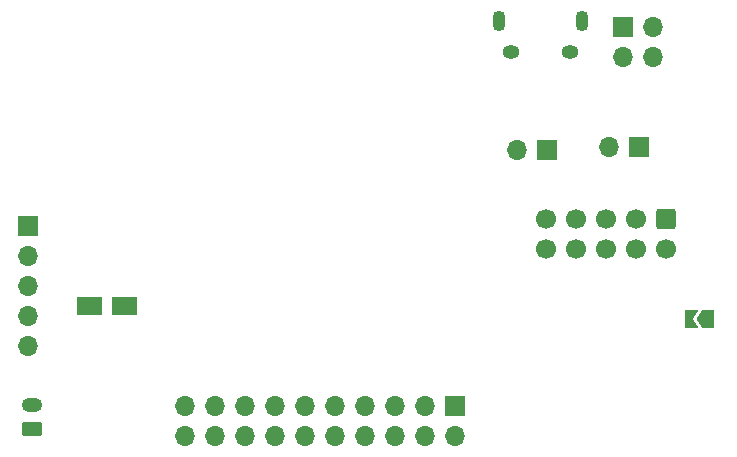
<source format=gbs>
G04 #@! TF.GenerationSoftware,KiCad,Pcbnew,8.0.0*
G04 #@! TF.CreationDate,2024-04-09T13:51:30-05:00*
G04 #@! TF.ProjectId,esp32_example,65737033-325f-4657-9861-6d706c652e6b,rev?*
G04 #@! TF.SameCoordinates,Original*
G04 #@! TF.FileFunction,Soldermask,Bot*
G04 #@! TF.FilePolarity,Negative*
%FSLAX46Y46*%
G04 Gerber Fmt 4.6, Leading zero omitted, Abs format (unit mm)*
G04 Created by KiCad (PCBNEW 8.0.0) date 2024-04-09 13:51:30*
%MOMM*%
%LPD*%
G01*
G04 APERTURE LIST*
G04 Aperture macros list*
%AMRoundRect*
0 Rectangle with rounded corners*
0 $1 Rounding radius*
0 $2 $3 $4 $5 $6 $7 $8 $9 X,Y pos of 4 corners*
0 Add a 4 corners polygon primitive as box body*
4,1,4,$2,$3,$4,$5,$6,$7,$8,$9,$2,$3,0*
0 Add four circle primitives for the rounded corners*
1,1,$1+$1,$2,$3*
1,1,$1+$1,$4,$5*
1,1,$1+$1,$6,$7*
1,1,$1+$1,$8,$9*
0 Add four rect primitives between the rounded corners*
20,1,$1+$1,$2,$3,$4,$5,0*
20,1,$1+$1,$4,$5,$6,$7,0*
20,1,$1+$1,$6,$7,$8,$9,0*
20,1,$1+$1,$8,$9,$2,$3,0*%
%AMFreePoly0*
4,1,6,1.000000,0.000000,0.500000,-0.750000,-0.500000,-0.750000,-0.500000,0.750000,0.500000,0.750000,1.000000,0.000000,1.000000,0.000000,$1*%
%AMFreePoly1*
4,1,6,0.500000,-0.750000,-0.650000,-0.750000,-0.150000,0.000000,-0.650000,0.750000,0.500000,0.750000,0.500000,-0.750000,0.500000,-0.750000,$1*%
G04 Aperture macros list end*
%ADD10O,1.100000X1.750000*%
%ADD11O,1.450000X1.150000*%
%ADD12O,1.700000X1.700000*%
%ADD13R,1.700000X1.700000*%
%ADD14RoundRect,0.250000X0.625000X-0.350000X0.625000X0.350000X-0.625000X0.350000X-0.625000X-0.350000X0*%
%ADD15O,1.750000X1.200000*%
%ADD16C,1.700000*%
%ADD17RoundRect,0.250000X-0.600000X0.600000X-0.600000X-0.600000X0.600000X-0.600000X0.600000X0.600000X0*%
%ADD18FreePoly0,180.000000*%
%ADD19FreePoly1,180.000000*%
%ADD20R,1.500000X1.500000*%
%ADD21FreePoly0,0.000000*%
G04 APERTURE END LIST*
D10*
G04 #@! TO.C,J2*
X213650000Y-41760000D03*
D11*
X212650000Y-44460000D03*
X207650000Y-44460000D03*
D10*
X206650000Y-41760000D03*
G04 #@! TD*
D12*
G04 #@! TO.C,J9*
X219670000Y-44820000D03*
X217130000Y-44820000D03*
X219670000Y-42280000D03*
D13*
X217130000Y-42280000D03*
G04 #@! TD*
G04 #@! TO.C,J8*
X210670000Y-52690000D03*
D12*
X208130000Y-52690000D03*
G04 #@! TD*
D14*
G04 #@! TO.C,J1*
X167098800Y-76320400D03*
D15*
X167098800Y-74320400D03*
G04 #@! TD*
D13*
G04 #@! TO.C,J4*
X202946000Y-74396600D03*
D12*
X202946000Y-76936600D03*
X200406000Y-74396600D03*
X200406000Y-76936600D03*
X197866000Y-74396600D03*
X197866000Y-76936600D03*
X195326000Y-74396600D03*
X195326000Y-76936600D03*
X192786000Y-74396600D03*
X192786000Y-76936600D03*
X190246000Y-74396600D03*
X190246000Y-76936600D03*
X187706000Y-74396600D03*
X187706000Y-76936600D03*
X185166000Y-74396600D03*
X185166000Y-76936600D03*
X182626000Y-74396600D03*
X182626000Y-76936600D03*
X180086000Y-74396600D03*
X180086000Y-76936600D03*
G04 #@! TD*
D16*
G04 #@! TO.C,J7*
X210650000Y-61140000D03*
X210650000Y-58600000D03*
X213190000Y-61140000D03*
X213190000Y-58600000D03*
X215730000Y-61140000D03*
X215730000Y-58600000D03*
X218270000Y-61140000D03*
X218270000Y-58600000D03*
X220810000Y-61140000D03*
D17*
X220810000Y-58600000D03*
G04 #@! TD*
D13*
G04 #@! TO.C,J3*
X166725600Y-59156600D03*
D12*
X166725600Y-61696600D03*
X166725600Y-64236600D03*
X166725600Y-66776600D03*
X166725600Y-69316600D03*
G04 #@! TD*
D13*
G04 #@! TO.C,J5*
X218525000Y-52480000D03*
D12*
X215985000Y-52480000D03*
G04 #@! TD*
D18*
G04 #@! TO.C,JP1*
X224340000Y-67050000D03*
D19*
X222890000Y-67050000D03*
G04 #@! TD*
D20*
G04 #@! TO.C,JP2*
X174650400Y-65938400D03*
X172250400Y-65938400D03*
D18*
X175450400Y-65938400D03*
D21*
X171450400Y-65938400D03*
G04 #@! TD*
M02*

</source>
